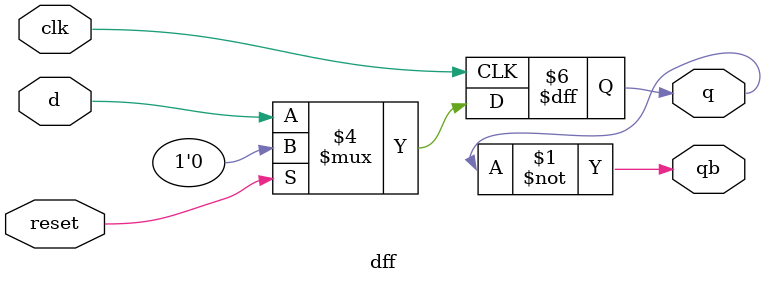
<source format=sv>
module dff (clk, reset,
  d, q, qb);
  input      clk;
  input      reset;
  input      d;
  output     q;
  output     qb;

  reg        q;
  assign qb = ~q;

  
  always @(posedge clk )
    begin
      if (reset) 
        begin
      // synchronous reset when reset goes high
      		q <= 1'b0;
    	end 
      else 
        begin
      // Assign D to Q on positive clock edge
      		q <= d;
    	end
  	end
endmodule
</source>
